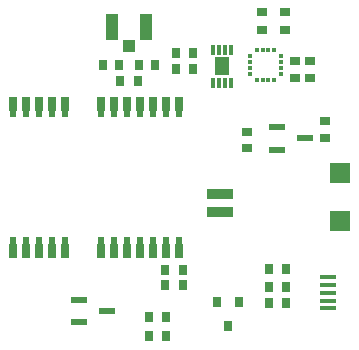
<source format=gtp>
G04 Layer_Color=8421504*
%FSLAX25Y25*%
%MOIN*%
G70*
G01*
G75*
%ADD10R,0.01772X0.01181*%
%ADD11R,0.01181X0.01772*%
%ADD12R,0.03543X0.03150*%
%ADD14R,0.04134X0.04331*%
%ADD15R,0.04331X0.08858*%
%ADD16R,0.08858X0.03346*%
%ADD17R,0.05315X0.01575*%
%ADD18R,0.02756X0.03543*%
%ADD19R,0.03150X0.03543*%
%ADD20R,0.03158X0.03827*%
%ADD21R,0.06693X0.07087*%
%ADD22R,0.05709X0.02362*%
%ADD23R,0.05100X0.05900*%
%ADD24R,0.01200X0.03200*%
%ADD25R,0.03543X0.02756*%
%ADD42R,0.03150X0.04724*%
%ADD43R,0.02362X0.06299*%
D10*
X235480Y443953D02*
D03*
Y441984D02*
D03*
Y440016D02*
D03*
Y438047D02*
D03*
X245520D02*
D03*
Y440016D02*
D03*
Y441984D02*
D03*
Y443953D02*
D03*
D11*
X237547Y435980D02*
D03*
X239516D02*
D03*
X241484D02*
D03*
X243453D02*
D03*
Y446020D02*
D03*
X241484D02*
D03*
X239516D02*
D03*
X237547D02*
D03*
D12*
X250500Y436744D02*
D03*
Y442256D02*
D03*
X255500Y436744D02*
D03*
Y442256D02*
D03*
X260500Y416744D02*
D03*
Y422256D02*
D03*
X234500Y413244D02*
D03*
Y418756D02*
D03*
D14*
X195000Y447398D02*
D03*
D15*
X200807Y453500D02*
D03*
X189193D02*
D03*
D16*
X225327Y392047D02*
D03*
Y397953D02*
D03*
D17*
X261470Y359882D02*
D03*
Y362441D02*
D03*
Y365000D02*
D03*
Y367559D02*
D03*
Y370118D02*
D03*
D18*
X216453Y439500D02*
D03*
X210547D02*
D03*
Y445000D02*
D03*
X216453D02*
D03*
X197953Y435500D02*
D03*
X192047D02*
D03*
X247453Y361500D02*
D03*
X241547D02*
D03*
X247453Y367000D02*
D03*
X241547D02*
D03*
X247453Y373000D02*
D03*
X241547D02*
D03*
X207047Y367500D02*
D03*
X212953D02*
D03*
Y372500D02*
D03*
X207047D02*
D03*
D19*
X198244Y441000D02*
D03*
X203756D02*
D03*
X201744Y350500D02*
D03*
X207256D02*
D03*
X201744Y357000D02*
D03*
X207256D02*
D03*
X191756Y441000D02*
D03*
X186244D02*
D03*
D20*
X228000Y354063D02*
D03*
X224260Y361937D02*
D03*
X231740D02*
D03*
D21*
X265500Y405071D02*
D03*
Y388929D02*
D03*
D22*
X187626Y359000D02*
D03*
X178374Y355260D02*
D03*
Y362740D02*
D03*
X253626Y416500D02*
D03*
X244374Y412760D02*
D03*
Y420240D02*
D03*
D23*
X226000Y440500D02*
D03*
D24*
X229000Y435000D02*
D03*
X227000D02*
D03*
X225000D02*
D03*
X223000D02*
D03*
Y446000D02*
D03*
X225000D02*
D03*
X227000D02*
D03*
X229000D02*
D03*
D25*
X247000Y458453D02*
D03*
Y452547D02*
D03*
X239500D02*
D03*
Y458453D02*
D03*
D42*
X211559Y428075D02*
D03*
X207228D02*
D03*
X202898D02*
D03*
X198567D02*
D03*
X194236D02*
D03*
X189906D02*
D03*
X185575D02*
D03*
X173764D02*
D03*
X169433D02*
D03*
X165102D02*
D03*
X160772D02*
D03*
X156441D02*
D03*
Y378961D02*
D03*
X160772D02*
D03*
X165102D02*
D03*
X169433D02*
D03*
X173764D02*
D03*
X185575D02*
D03*
X189906D02*
D03*
X194236D02*
D03*
X202898D02*
D03*
X207228D02*
D03*
X211559D02*
D03*
X198567D02*
D03*
D43*
X211559Y426500D02*
D03*
X207228D02*
D03*
X202898D02*
D03*
X198567D02*
D03*
X194236D02*
D03*
X189906D02*
D03*
X185575D02*
D03*
X173764D02*
D03*
X169433D02*
D03*
X165102D02*
D03*
X160772D02*
D03*
X156441D02*
D03*
Y380500D02*
D03*
X160772D02*
D03*
X165102D02*
D03*
X169433D02*
D03*
X173764D02*
D03*
X185575D02*
D03*
X189906D02*
D03*
X194236D02*
D03*
X198567D02*
D03*
X202898D02*
D03*
X207228D02*
D03*
X211559D02*
D03*
M02*

</source>
